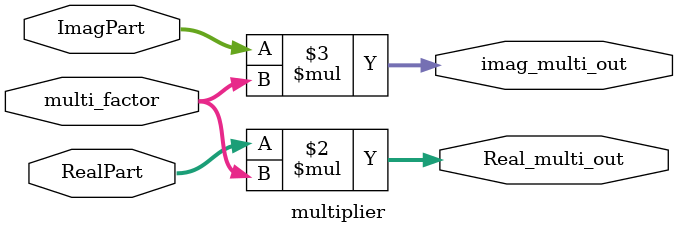
<source format=v>
module multiplier (
    input signed [7:0] RealPart,    // Real part of FFT output
    input signed [7:0] ImagPart,    // Imaginary part of FFT output
    input signed [7:0] multi_factor,  // Real part of the multiplier constant
    output reg signed [7:0] Real_multi_out, // Real part of the multiplication result
    output reg signed [7:0] imag_multi_out  // Imaginary part of the multiplication result
);

    always @(*) begin
        // Calculate the real part of the result
        Real_multi_out = (RealPart * multi_factor);
        
        // Calculate the imaginary part of the result
        imag_multi_out = (ImagPart * multi_factor);
    end

endmodule

</source>
